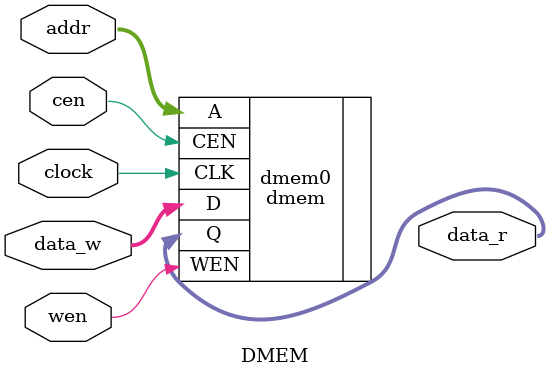
<source format=v>
`timescale 1 ns/ 1ps

module DMEM(
	   
   input                    clock,
   input                    cen,
   input                    wen,
   input [7:0]              addr,
   input [31:0]             data_w,
   output reg [31:0]            data_r

);

dmem dmem0(
	.A(addr),
	.D(data_w),
	.Q(data_r),
	.WEN(wen),
	.CEN(cen),
	.CLK(clock)			
);

endmodule

</source>
